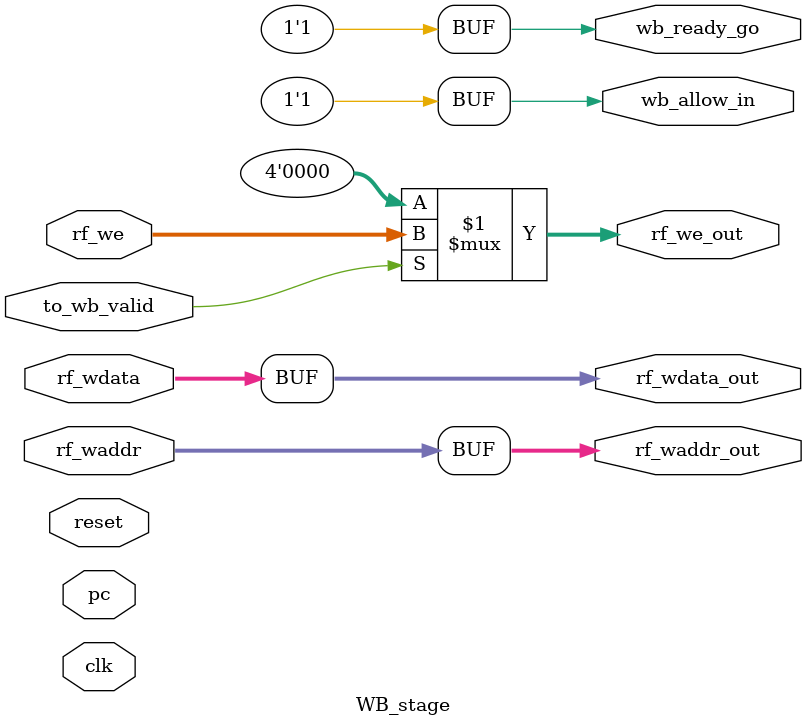
<source format=v>
module WB_stage(
    input        clk,
    input        reset,
    input [31:0] pc,
    input [3:0]  rf_we,         
    input [4:0]  rf_waddr,      
    input [31:0] rf_wdata,     
    input        to_wb_valid,
    
    output [3:0]  rf_we_out,        
    output [4:0]  rf_waddr_out,      
    output [31:0] rf_wdata_out, 

    output wb_allow_in,
    output wb_ready_go
);
reg wb_valid;

assign rf_we_out    = to_wb_valid ? rf_we : 4'b0;
assign rf_waddr_out = rf_waddr;
assign rf_wdata_out = rf_wdata;

always @(posedge clk) begin
    if(reset) begin
        wb_valid <= 1'b0;
    end
    else if (wb_allow_in) begin
        wb_valid <= to_wb_valid;
    end
end

assign wb_allow_in = !wb_valid || wb_ready_go;
assign wb_ready_go = 1'b1;
endmodule
</source>
